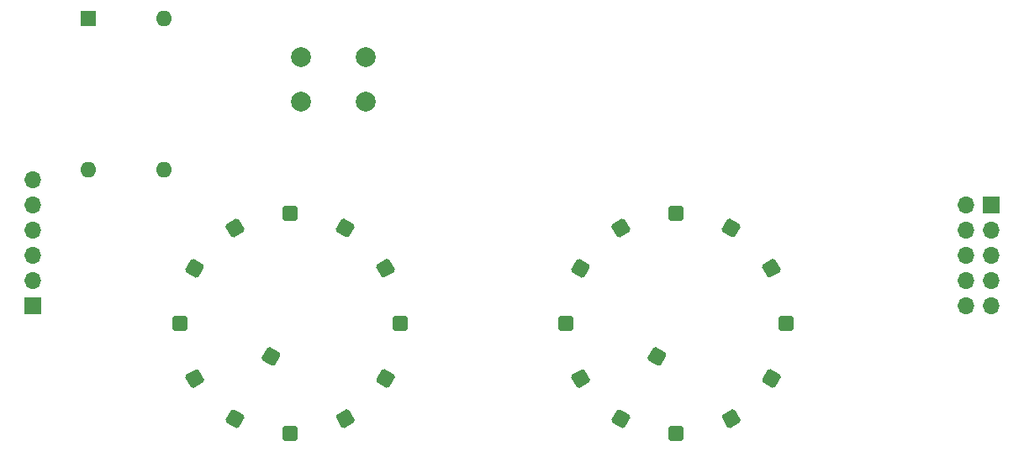
<source format=gbr>
%TF.GenerationSoftware,KiCad,Pcbnew,(5.1.10-1-10_14)*%
%TF.CreationDate,2021-09-17T00:17:13-04:00*%
%TF.ProjectId,clock,636c6f63-6b2e-46b6-9963-61645f706362,rev?*%
%TF.SameCoordinates,Original*%
%TF.FileFunction,Soldermask,Bot*%
%TF.FilePolarity,Negative*%
%FSLAX46Y46*%
G04 Gerber Fmt 4.6, Leading zero omitted, Abs format (unit mm)*
G04 Created by KiCad (PCBNEW (5.1.10-1-10_14)) date 2021-09-17 00:17:13*
%MOMM*%
%LPD*%
G01*
G04 APERTURE LIST*
%ADD10R,1.600000X1.600000*%
%ADD11O,1.600000X1.600000*%
%ADD12C,2.000000*%
%ADD13O,1.700000X1.700000*%
%ADD14R,1.700000X1.700000*%
G04 APERTURE END LIST*
D10*
%TO.C,U1*%
X132080000Y-91186000D03*
D11*
X139700000Y-106426000D03*
X132080000Y-106426000D03*
X139700000Y-91186000D03*
%TD*%
D12*
%TO.C,SW3*%
X153520000Y-99568000D03*
X153520000Y-95068000D03*
X160020000Y-99568000D03*
X160020000Y-95068000D03*
%TD*%
%TO.C,SW2*%
G36*
G01*
X188395910Y-125360213D02*
X188958266Y-124386183D01*
G75*
G02*
X189230985Y-124313108I172897J-99822D01*
G01*
X190205015Y-124875464D01*
G75*
G02*
X190278090Y-125148183I-99822J-172897D01*
G01*
X189715734Y-126122213D01*
G75*
G02*
X189443015Y-126195288I-172897J99822D01*
G01*
X188468985Y-125632932D01*
G75*
G02*
X188395910Y-125360213I99822J172897D01*
G01*
G37*
G36*
G01*
X184779570Y-131643897D02*
X185341926Y-130669867D01*
G75*
G02*
X185614645Y-130596792I172897J-99822D01*
G01*
X186588675Y-131159148D01*
G75*
G02*
X186661750Y-131431867I-99822J-172897D01*
G01*
X186099394Y-132405897D01*
G75*
G02*
X185826675Y-132478972I-172897J99822D01*
G01*
X184852645Y-131916616D01*
G75*
G02*
X184779570Y-131643897I99822J172897D01*
G01*
G37*
G36*
G01*
X180786103Y-127099926D02*
X181760133Y-126537570D01*
G75*
G02*
X182032852Y-126610645I99822J-172897D01*
G01*
X182595208Y-127584675D01*
G75*
G02*
X182522133Y-127857394I-172897J-99822D01*
G01*
X181548103Y-128419750D01*
G75*
G02*
X181275384Y-128346675I-99822J172897D01*
G01*
X180713028Y-127372645D01*
G75*
G02*
X180786103Y-127099926I172897J99822D01*
G01*
G37*
G36*
G01*
X179599644Y-121168000D02*
X180724356Y-121168000D01*
G75*
G02*
X180924000Y-121367644I0J-199644D01*
G01*
X180924000Y-122492356D01*
G75*
G02*
X180724356Y-122692000I-199644J0D01*
G01*
X179599644Y-122692000D01*
G75*
G02*
X179400000Y-122492356I0J199644D01*
G01*
X179400000Y-121367644D01*
G75*
G02*
X179599644Y-121168000I199644J0D01*
G01*
G37*
G36*
G01*
X181538103Y-115437570D02*
X182512133Y-115999926D01*
G75*
G02*
X182585208Y-116272645I-99822J-172897D01*
G01*
X182022852Y-117246675D01*
G75*
G02*
X181750133Y-117319750I-172897J99822D01*
G01*
X180776103Y-116757394D01*
G75*
G02*
X180703028Y-116484675I99822J172897D01*
G01*
X181265384Y-115510645D01*
G75*
G02*
X181538103Y-115437570I172897J-99822D01*
G01*
G37*
G36*
G01*
X186082074Y-111444103D02*
X186644430Y-112418133D01*
G75*
G02*
X186571355Y-112690852I-172897J-99822D01*
G01*
X185597325Y-113253208D01*
G75*
G02*
X185324606Y-113180133I-99822J172897D01*
G01*
X184762250Y-112206103D01*
G75*
G02*
X184835325Y-111933384I172897J99822D01*
G01*
X185809355Y-111371028D01*
G75*
G02*
X186082074Y-111444103I99822J-172897D01*
G01*
G37*
G36*
G01*
X192014000Y-110257644D02*
X192014000Y-111382356D01*
G75*
G02*
X191814356Y-111582000I-199644J0D01*
G01*
X190689644Y-111582000D01*
G75*
G02*
X190490000Y-111382356I0J199644D01*
G01*
X190490000Y-110257644D01*
G75*
G02*
X190689644Y-110058000I199644J0D01*
G01*
X191814356Y-110058000D01*
G75*
G02*
X192014000Y-110257644I0J-199644D01*
G01*
G37*
G36*
G01*
X197744430Y-112196103D02*
X197182074Y-113170133D01*
G75*
G02*
X196909355Y-113243208I-172897J99822D01*
G01*
X195935325Y-112680852D01*
G75*
G02*
X195862250Y-112408133I99822J172897D01*
G01*
X196424606Y-111434103D01*
G75*
G02*
X196697325Y-111361028I172897J-99822D01*
G01*
X197671355Y-111923384D01*
G75*
G02*
X197744430Y-112196103I-99822J-172897D01*
G01*
G37*
G36*
G01*
X201737897Y-116740074D02*
X200763867Y-117302430D01*
G75*
G02*
X200491148Y-117229355I-99822J172897D01*
G01*
X199928792Y-116255325D01*
G75*
G02*
X200001867Y-115982606I172897J99822D01*
G01*
X200975897Y-115420250D01*
G75*
G02*
X201248616Y-115493325I99822J-172897D01*
G01*
X201810972Y-116467355D01*
G75*
G02*
X201737897Y-116740074I-172897J-99822D01*
G01*
G37*
G36*
G01*
X202924356Y-122672000D02*
X201799644Y-122672000D01*
G75*
G02*
X201600000Y-122472356I0J199644D01*
G01*
X201600000Y-121347644D01*
G75*
G02*
X201799644Y-121148000I199644J0D01*
G01*
X202924356Y-121148000D01*
G75*
G02*
X203124000Y-121347644I0J-199644D01*
G01*
X203124000Y-122472356D01*
G75*
G02*
X202924356Y-122672000I-199644J0D01*
G01*
G37*
G36*
G01*
X200985897Y-128402430D02*
X200011867Y-127840074D01*
G75*
G02*
X199938792Y-127567355I99822J172897D01*
G01*
X200501148Y-126593325D01*
G75*
G02*
X200773867Y-126520250I172897J-99822D01*
G01*
X201747897Y-127082606D01*
G75*
G02*
X201820972Y-127355325I-99822J-172897D01*
G01*
X201258616Y-128329355D01*
G75*
G02*
X200985897Y-128402430I-172897J99822D01*
G01*
G37*
G36*
G01*
X196441926Y-132395897D02*
X195879570Y-131421867D01*
G75*
G02*
X195952645Y-131149148I172897J99822D01*
G01*
X196926675Y-130586792D01*
G75*
G02*
X197199394Y-130659867I99822J-172897D01*
G01*
X197761750Y-131633897D01*
G75*
G02*
X197688675Y-131906616I-172897J-99822D01*
G01*
X196714645Y-132468972D01*
G75*
G02*
X196441926Y-132395897I-99822J172897D01*
G01*
G37*
G36*
G01*
X190510000Y-133582356D02*
X190510000Y-132457644D01*
G75*
G02*
X190709644Y-132258000I199644J0D01*
G01*
X191834356Y-132258000D01*
G75*
G02*
X192034000Y-132457644I0J-199644D01*
G01*
X192034000Y-133582356D01*
G75*
G02*
X191834356Y-133782000I-199644J0D01*
G01*
X190709644Y-133782000D01*
G75*
G02*
X190510000Y-133582356I0J199644D01*
G01*
G37*
%TD*%
%TO.C,SW1*%
G36*
G01*
X149533910Y-125360213D02*
X150096266Y-124386183D01*
G75*
G02*
X150368985Y-124313108I172897J-99822D01*
G01*
X151343015Y-124875464D01*
G75*
G02*
X151416090Y-125148183I-99822J-172897D01*
G01*
X150853734Y-126122213D01*
G75*
G02*
X150581015Y-126195288I-172897J99822D01*
G01*
X149606985Y-125632932D01*
G75*
G02*
X149533910Y-125360213I99822J172897D01*
G01*
G37*
G36*
G01*
X145917570Y-131643897D02*
X146479926Y-130669867D01*
G75*
G02*
X146752645Y-130596792I172897J-99822D01*
G01*
X147726675Y-131159148D01*
G75*
G02*
X147799750Y-131431867I-99822J-172897D01*
G01*
X147237394Y-132405897D01*
G75*
G02*
X146964675Y-132478972I-172897J99822D01*
G01*
X145990645Y-131916616D01*
G75*
G02*
X145917570Y-131643897I99822J172897D01*
G01*
G37*
G36*
G01*
X141924103Y-127099926D02*
X142898133Y-126537570D01*
G75*
G02*
X143170852Y-126610645I99822J-172897D01*
G01*
X143733208Y-127584675D01*
G75*
G02*
X143660133Y-127857394I-172897J-99822D01*
G01*
X142686103Y-128419750D01*
G75*
G02*
X142413384Y-128346675I-99822J172897D01*
G01*
X141851028Y-127372645D01*
G75*
G02*
X141924103Y-127099926I172897J99822D01*
G01*
G37*
G36*
G01*
X140737644Y-121168000D02*
X141862356Y-121168000D01*
G75*
G02*
X142062000Y-121367644I0J-199644D01*
G01*
X142062000Y-122492356D01*
G75*
G02*
X141862356Y-122692000I-199644J0D01*
G01*
X140737644Y-122692000D01*
G75*
G02*
X140538000Y-122492356I0J199644D01*
G01*
X140538000Y-121367644D01*
G75*
G02*
X140737644Y-121168000I199644J0D01*
G01*
G37*
G36*
G01*
X142676103Y-115437570D02*
X143650133Y-115999926D01*
G75*
G02*
X143723208Y-116272645I-99822J-172897D01*
G01*
X143160852Y-117246675D01*
G75*
G02*
X142888133Y-117319750I-172897J99822D01*
G01*
X141914103Y-116757394D01*
G75*
G02*
X141841028Y-116484675I99822J172897D01*
G01*
X142403384Y-115510645D01*
G75*
G02*
X142676103Y-115437570I172897J-99822D01*
G01*
G37*
G36*
G01*
X147220074Y-111444103D02*
X147782430Y-112418133D01*
G75*
G02*
X147709355Y-112690852I-172897J-99822D01*
G01*
X146735325Y-113253208D01*
G75*
G02*
X146462606Y-113180133I-99822J172897D01*
G01*
X145900250Y-112206103D01*
G75*
G02*
X145973325Y-111933384I172897J99822D01*
G01*
X146947355Y-111371028D01*
G75*
G02*
X147220074Y-111444103I99822J-172897D01*
G01*
G37*
G36*
G01*
X153152000Y-110257644D02*
X153152000Y-111382356D01*
G75*
G02*
X152952356Y-111582000I-199644J0D01*
G01*
X151827644Y-111582000D01*
G75*
G02*
X151628000Y-111382356I0J199644D01*
G01*
X151628000Y-110257644D01*
G75*
G02*
X151827644Y-110058000I199644J0D01*
G01*
X152952356Y-110058000D01*
G75*
G02*
X153152000Y-110257644I0J-199644D01*
G01*
G37*
G36*
G01*
X158882430Y-112196103D02*
X158320074Y-113170133D01*
G75*
G02*
X158047355Y-113243208I-172897J99822D01*
G01*
X157073325Y-112680852D01*
G75*
G02*
X157000250Y-112408133I99822J172897D01*
G01*
X157562606Y-111434103D01*
G75*
G02*
X157835325Y-111361028I172897J-99822D01*
G01*
X158809355Y-111923384D01*
G75*
G02*
X158882430Y-112196103I-99822J-172897D01*
G01*
G37*
G36*
G01*
X162875897Y-116740074D02*
X161901867Y-117302430D01*
G75*
G02*
X161629148Y-117229355I-99822J172897D01*
G01*
X161066792Y-116255325D01*
G75*
G02*
X161139867Y-115982606I172897J99822D01*
G01*
X162113897Y-115420250D01*
G75*
G02*
X162386616Y-115493325I99822J-172897D01*
G01*
X162948972Y-116467355D01*
G75*
G02*
X162875897Y-116740074I-172897J-99822D01*
G01*
G37*
G36*
G01*
X164062356Y-122672000D02*
X162937644Y-122672000D01*
G75*
G02*
X162738000Y-122472356I0J199644D01*
G01*
X162738000Y-121347644D01*
G75*
G02*
X162937644Y-121148000I199644J0D01*
G01*
X164062356Y-121148000D01*
G75*
G02*
X164262000Y-121347644I0J-199644D01*
G01*
X164262000Y-122472356D01*
G75*
G02*
X164062356Y-122672000I-199644J0D01*
G01*
G37*
G36*
G01*
X162123897Y-128402430D02*
X161149867Y-127840074D01*
G75*
G02*
X161076792Y-127567355I99822J172897D01*
G01*
X161639148Y-126593325D01*
G75*
G02*
X161911867Y-126520250I172897J-99822D01*
G01*
X162885897Y-127082606D01*
G75*
G02*
X162958972Y-127355325I-99822J-172897D01*
G01*
X162396616Y-128329355D01*
G75*
G02*
X162123897Y-128402430I-172897J99822D01*
G01*
G37*
G36*
G01*
X157579926Y-132395897D02*
X157017570Y-131421867D01*
G75*
G02*
X157090645Y-131149148I172897J99822D01*
G01*
X158064675Y-130586792D01*
G75*
G02*
X158337394Y-130659867I99822J-172897D01*
G01*
X158899750Y-131633897D01*
G75*
G02*
X158826675Y-131906616I-172897J-99822D01*
G01*
X157852645Y-132468972D01*
G75*
G02*
X157579926Y-132395897I-99822J172897D01*
G01*
G37*
G36*
G01*
X151648000Y-133582356D02*
X151648000Y-132457644D01*
G75*
G02*
X151847644Y-132258000I199644J0D01*
G01*
X152972356Y-132258000D01*
G75*
G02*
X153172000Y-132457644I0J-199644D01*
G01*
X153172000Y-133582356D01*
G75*
G02*
X152972356Y-133782000I-199644J0D01*
G01*
X151847644Y-133782000D01*
G75*
G02*
X151648000Y-133582356I0J199644D01*
G01*
G37*
%TD*%
D13*
%TO.C,J2*%
X126492000Y-107442000D03*
X126492000Y-109982000D03*
X126492000Y-112522000D03*
X126492000Y-115062000D03*
X126492000Y-117602000D03*
D14*
X126492000Y-120142000D03*
%TD*%
D13*
%TO.C,J1*%
X220472000Y-120142000D03*
X223012000Y-120142000D03*
X220472000Y-117602000D03*
X223012000Y-117602000D03*
X220472000Y-115062000D03*
X223012000Y-115062000D03*
X220472000Y-112522000D03*
X223012000Y-112522000D03*
X220472000Y-109982000D03*
D14*
X223012000Y-109982000D03*
%TD*%
M02*

</source>
